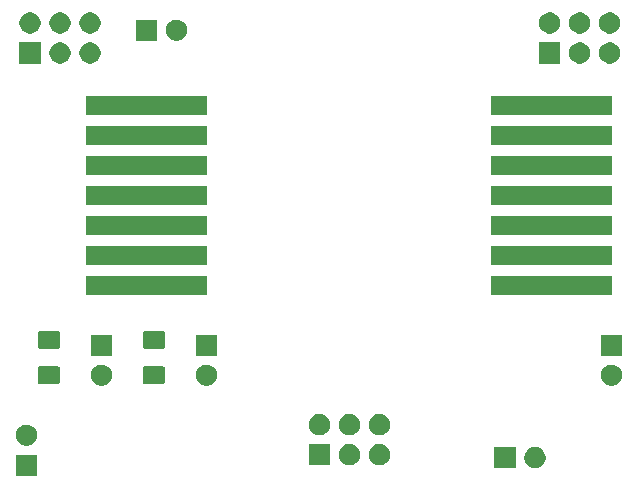
<source format=gts>
G04 #@! TF.GenerationSoftware,KiCad,Pcbnew,5.1.5+dfsg1-2build2*
G04 #@! TF.CreationDate,2021-11-26T13:05:08+03:00*
G04 #@! TF.ProjectId,Mezonin,4d657a6f-6e69-46e2-9e6b-696361645f70,rev?*
G04 #@! TF.SameCoordinates,Original*
G04 #@! TF.FileFunction,Soldermask,Top*
G04 #@! TF.FilePolarity,Negative*
%FSLAX46Y46*%
G04 Gerber Fmt 4.6, Leading zero omitted, Abs format (unit mm)*
G04 Created by KiCad (PCBNEW 5.1.5+dfsg1-2build2) date 2021-11-26 13:05:08*
%MOMM*%
%LPD*%
G04 APERTURE LIST*
%ADD10C,0.100000*%
G04 APERTURE END LIST*
D10*
G36*
X96362999Y-153441000D02*
G01*
X94560999Y-153441000D01*
X94560999Y-151639000D01*
X96362999Y-151639000D01*
X96362999Y-153441000D01*
G37*
G36*
X138628511Y-151008927D02*
G01*
X138777811Y-151038624D01*
X138941783Y-151106544D01*
X139089353Y-151205147D01*
X139214852Y-151330646D01*
X139313455Y-151478216D01*
X139381375Y-151642188D01*
X139415999Y-151816259D01*
X139415999Y-151993741D01*
X139381375Y-152167812D01*
X139313455Y-152331784D01*
X139214852Y-152479354D01*
X139089353Y-152604853D01*
X138941783Y-152703456D01*
X138777811Y-152771376D01*
X138628511Y-152801073D01*
X138603741Y-152806000D01*
X138426257Y-152806000D01*
X138401487Y-152801073D01*
X138252187Y-152771376D01*
X138088215Y-152703456D01*
X137940645Y-152604853D01*
X137815146Y-152479354D01*
X137716543Y-152331784D01*
X137648623Y-152167812D01*
X137613999Y-151993741D01*
X137613999Y-151816259D01*
X137648623Y-151642188D01*
X137716543Y-151478216D01*
X137815146Y-151330646D01*
X137940645Y-151205147D01*
X138088215Y-151106544D01*
X138252187Y-151038624D01*
X138401487Y-151008927D01*
X138426257Y-151004000D01*
X138603741Y-151004000D01*
X138628511Y-151008927D01*
G37*
G36*
X136875999Y-152806000D02*
G01*
X135073999Y-152806000D01*
X135073999Y-151004000D01*
X136875999Y-151004000D01*
X136875999Y-152806000D01*
G37*
G36*
X121167999Y-152551000D02*
G01*
X119365999Y-152551000D01*
X119365999Y-150749000D01*
X121167999Y-150749000D01*
X121167999Y-152551000D01*
G37*
G36*
X125460511Y-150753927D02*
G01*
X125609811Y-150783624D01*
X125773783Y-150851544D01*
X125921353Y-150950147D01*
X126046852Y-151075646D01*
X126145455Y-151223216D01*
X126213375Y-151387188D01*
X126247999Y-151561259D01*
X126247999Y-151738741D01*
X126213375Y-151912812D01*
X126145455Y-152076784D01*
X126046852Y-152224354D01*
X125921353Y-152349853D01*
X125773783Y-152448456D01*
X125609811Y-152516376D01*
X125460511Y-152546073D01*
X125435741Y-152551000D01*
X125258257Y-152551000D01*
X125233487Y-152546073D01*
X125084187Y-152516376D01*
X124920215Y-152448456D01*
X124772645Y-152349853D01*
X124647146Y-152224354D01*
X124548543Y-152076784D01*
X124480623Y-151912812D01*
X124445999Y-151738741D01*
X124445999Y-151561259D01*
X124480623Y-151387188D01*
X124548543Y-151223216D01*
X124647146Y-151075646D01*
X124772645Y-150950147D01*
X124920215Y-150851544D01*
X125084187Y-150783624D01*
X125233487Y-150753927D01*
X125258257Y-150749000D01*
X125435741Y-150749000D01*
X125460511Y-150753927D01*
G37*
G36*
X122920511Y-150753927D02*
G01*
X123069811Y-150783624D01*
X123233783Y-150851544D01*
X123381353Y-150950147D01*
X123506852Y-151075646D01*
X123605455Y-151223216D01*
X123673375Y-151387188D01*
X123707999Y-151561259D01*
X123707999Y-151738741D01*
X123673375Y-151912812D01*
X123605455Y-152076784D01*
X123506852Y-152224354D01*
X123381353Y-152349853D01*
X123233783Y-152448456D01*
X123069811Y-152516376D01*
X122920511Y-152546073D01*
X122895741Y-152551000D01*
X122718257Y-152551000D01*
X122693487Y-152546073D01*
X122544187Y-152516376D01*
X122380215Y-152448456D01*
X122232645Y-152349853D01*
X122107146Y-152224354D01*
X122008543Y-152076784D01*
X121940623Y-151912812D01*
X121905999Y-151738741D01*
X121905999Y-151561259D01*
X121940623Y-151387188D01*
X122008543Y-151223216D01*
X122107146Y-151075646D01*
X122232645Y-150950147D01*
X122380215Y-150851544D01*
X122544187Y-150783624D01*
X122693487Y-150753927D01*
X122718257Y-150749000D01*
X122895741Y-150749000D01*
X122920511Y-150753927D01*
G37*
G36*
X95575511Y-149103927D02*
G01*
X95724811Y-149133624D01*
X95888783Y-149201544D01*
X96036353Y-149300147D01*
X96161852Y-149425646D01*
X96260455Y-149573216D01*
X96328375Y-149737188D01*
X96358072Y-149886488D01*
X96362442Y-149908456D01*
X96362999Y-149911259D01*
X96362999Y-150088741D01*
X96328375Y-150262812D01*
X96260455Y-150426784D01*
X96161852Y-150574354D01*
X96036353Y-150699853D01*
X95888783Y-150798456D01*
X95724811Y-150866376D01*
X95575511Y-150896073D01*
X95550741Y-150901000D01*
X95373257Y-150901000D01*
X95348487Y-150896073D01*
X95199187Y-150866376D01*
X95035215Y-150798456D01*
X94887645Y-150699853D01*
X94762146Y-150574354D01*
X94663543Y-150426784D01*
X94595623Y-150262812D01*
X94560999Y-150088741D01*
X94560999Y-149911259D01*
X94561557Y-149908456D01*
X94565926Y-149886488D01*
X94595623Y-149737188D01*
X94663543Y-149573216D01*
X94762146Y-149425646D01*
X94887645Y-149300147D01*
X95035215Y-149201544D01*
X95199187Y-149133624D01*
X95348487Y-149103927D01*
X95373257Y-149099000D01*
X95550741Y-149099000D01*
X95575511Y-149103927D01*
G37*
G36*
X120380511Y-148213927D02*
G01*
X120529811Y-148243624D01*
X120693783Y-148311544D01*
X120841353Y-148410147D01*
X120966852Y-148535646D01*
X121065455Y-148683216D01*
X121133375Y-148847188D01*
X121163072Y-148996488D01*
X121167999Y-149021258D01*
X121167999Y-149198742D01*
X121163072Y-149223512D01*
X121133375Y-149372812D01*
X121065455Y-149536784D01*
X120966852Y-149684354D01*
X120841353Y-149809853D01*
X120693783Y-149908456D01*
X120529811Y-149976376D01*
X120380511Y-150006073D01*
X120355741Y-150011000D01*
X120178257Y-150011000D01*
X120153487Y-150006073D01*
X120004187Y-149976376D01*
X119840215Y-149908456D01*
X119692645Y-149809853D01*
X119567146Y-149684354D01*
X119468543Y-149536784D01*
X119400623Y-149372812D01*
X119370926Y-149223512D01*
X119365999Y-149198742D01*
X119365999Y-149021258D01*
X119370926Y-148996488D01*
X119400623Y-148847188D01*
X119468543Y-148683216D01*
X119567146Y-148535646D01*
X119692645Y-148410147D01*
X119840215Y-148311544D01*
X120004187Y-148243624D01*
X120153487Y-148213927D01*
X120178257Y-148209000D01*
X120355741Y-148209000D01*
X120380511Y-148213927D01*
G37*
G36*
X125460511Y-148213927D02*
G01*
X125609811Y-148243624D01*
X125773783Y-148311544D01*
X125921353Y-148410147D01*
X126046852Y-148535646D01*
X126145455Y-148683216D01*
X126213375Y-148847188D01*
X126243072Y-148996488D01*
X126247999Y-149021258D01*
X126247999Y-149198742D01*
X126243072Y-149223512D01*
X126213375Y-149372812D01*
X126145455Y-149536784D01*
X126046852Y-149684354D01*
X125921353Y-149809853D01*
X125773783Y-149908456D01*
X125609811Y-149976376D01*
X125460511Y-150006073D01*
X125435741Y-150011000D01*
X125258257Y-150011000D01*
X125233487Y-150006073D01*
X125084187Y-149976376D01*
X124920215Y-149908456D01*
X124772645Y-149809853D01*
X124647146Y-149684354D01*
X124548543Y-149536784D01*
X124480623Y-149372812D01*
X124450926Y-149223512D01*
X124445999Y-149198742D01*
X124445999Y-149021258D01*
X124450926Y-148996488D01*
X124480623Y-148847188D01*
X124548543Y-148683216D01*
X124647146Y-148535646D01*
X124772645Y-148410147D01*
X124920215Y-148311544D01*
X125084187Y-148243624D01*
X125233487Y-148213927D01*
X125258257Y-148209000D01*
X125435741Y-148209000D01*
X125460511Y-148213927D01*
G37*
G36*
X122920511Y-148213927D02*
G01*
X123069811Y-148243624D01*
X123233783Y-148311544D01*
X123381353Y-148410147D01*
X123506852Y-148535646D01*
X123605455Y-148683216D01*
X123673375Y-148847188D01*
X123703072Y-148996488D01*
X123707999Y-149021258D01*
X123707999Y-149198742D01*
X123703072Y-149223512D01*
X123673375Y-149372812D01*
X123605455Y-149536784D01*
X123506852Y-149684354D01*
X123381353Y-149809853D01*
X123233783Y-149908456D01*
X123069811Y-149976376D01*
X122920511Y-150006073D01*
X122895741Y-150011000D01*
X122718257Y-150011000D01*
X122693487Y-150006073D01*
X122544187Y-149976376D01*
X122380215Y-149908456D01*
X122232645Y-149809853D01*
X122107146Y-149684354D01*
X122008543Y-149536784D01*
X121940623Y-149372812D01*
X121910926Y-149223512D01*
X121905999Y-149198742D01*
X121905999Y-149021258D01*
X121910926Y-148996488D01*
X121940623Y-148847188D01*
X122008543Y-148683216D01*
X122107146Y-148535646D01*
X122232645Y-148410147D01*
X122380215Y-148311544D01*
X122544187Y-148243624D01*
X122693487Y-148213927D01*
X122718257Y-148209000D01*
X122895741Y-148209000D01*
X122920511Y-148213927D01*
G37*
G36*
X101925511Y-144023927D02*
G01*
X102074811Y-144053624D01*
X102238783Y-144121544D01*
X102386353Y-144220147D01*
X102511852Y-144345646D01*
X102610455Y-144493216D01*
X102678375Y-144657188D01*
X102712999Y-144831259D01*
X102712999Y-145008741D01*
X102678375Y-145182812D01*
X102610455Y-145346784D01*
X102511852Y-145494354D01*
X102386353Y-145619853D01*
X102238783Y-145718456D01*
X102074811Y-145786376D01*
X101925511Y-145816073D01*
X101900741Y-145821000D01*
X101723257Y-145821000D01*
X101698487Y-145816073D01*
X101549187Y-145786376D01*
X101385215Y-145718456D01*
X101237645Y-145619853D01*
X101112146Y-145494354D01*
X101013543Y-145346784D01*
X100945623Y-145182812D01*
X100910999Y-145008741D01*
X100910999Y-144831259D01*
X100945623Y-144657188D01*
X101013543Y-144493216D01*
X101112146Y-144345646D01*
X101237645Y-144220147D01*
X101385215Y-144121544D01*
X101549187Y-144053624D01*
X101698487Y-144023927D01*
X101723257Y-144019000D01*
X101900741Y-144019000D01*
X101925511Y-144023927D01*
G37*
G36*
X145105511Y-144023927D02*
G01*
X145254811Y-144053624D01*
X145418783Y-144121544D01*
X145566353Y-144220147D01*
X145691852Y-144345646D01*
X145790455Y-144493216D01*
X145858375Y-144657188D01*
X145892999Y-144831259D01*
X145892999Y-145008741D01*
X145858375Y-145182812D01*
X145790455Y-145346784D01*
X145691852Y-145494354D01*
X145566353Y-145619853D01*
X145418783Y-145718456D01*
X145254811Y-145786376D01*
X145105511Y-145816073D01*
X145080741Y-145821000D01*
X144903257Y-145821000D01*
X144878487Y-145816073D01*
X144729187Y-145786376D01*
X144565215Y-145718456D01*
X144417645Y-145619853D01*
X144292146Y-145494354D01*
X144193543Y-145346784D01*
X144125623Y-145182812D01*
X144090999Y-145008741D01*
X144090999Y-144831259D01*
X144125623Y-144657188D01*
X144193543Y-144493216D01*
X144292146Y-144345646D01*
X144417645Y-144220147D01*
X144565215Y-144121544D01*
X144729187Y-144053624D01*
X144878487Y-144023927D01*
X144903257Y-144019000D01*
X145080741Y-144019000D01*
X145105511Y-144023927D01*
G37*
G36*
X110815511Y-144023927D02*
G01*
X110964811Y-144053624D01*
X111128783Y-144121544D01*
X111276353Y-144220147D01*
X111401852Y-144345646D01*
X111500455Y-144493216D01*
X111568375Y-144657188D01*
X111602999Y-144831259D01*
X111602999Y-145008741D01*
X111568375Y-145182812D01*
X111500455Y-145346784D01*
X111401852Y-145494354D01*
X111276353Y-145619853D01*
X111128783Y-145718456D01*
X110964811Y-145786376D01*
X110815511Y-145816073D01*
X110790741Y-145821000D01*
X110613257Y-145821000D01*
X110588487Y-145816073D01*
X110439187Y-145786376D01*
X110275215Y-145718456D01*
X110127645Y-145619853D01*
X110002146Y-145494354D01*
X109903543Y-145346784D01*
X109835623Y-145182812D01*
X109800999Y-145008741D01*
X109800999Y-144831259D01*
X109835623Y-144657188D01*
X109903543Y-144493216D01*
X110002146Y-144345646D01*
X110127645Y-144220147D01*
X110275215Y-144121544D01*
X110439187Y-144053624D01*
X110588487Y-144023927D01*
X110613257Y-144019000D01*
X110790741Y-144019000D01*
X110815511Y-144023927D01*
G37*
G36*
X107032561Y-144160681D02*
G01*
X107067480Y-144171274D01*
X107099662Y-144188476D01*
X107127872Y-144211627D01*
X107151023Y-144239837D01*
X107168225Y-144272019D01*
X107178818Y-144306938D01*
X107182999Y-144349395D01*
X107182999Y-145490605D01*
X107178818Y-145533062D01*
X107168225Y-145567981D01*
X107151023Y-145600163D01*
X107127872Y-145628373D01*
X107099662Y-145651524D01*
X107067480Y-145668726D01*
X107032561Y-145679319D01*
X106990104Y-145683500D01*
X105523894Y-145683500D01*
X105481437Y-145679319D01*
X105446518Y-145668726D01*
X105414336Y-145651524D01*
X105386126Y-145628373D01*
X105362975Y-145600163D01*
X105345773Y-145567981D01*
X105335180Y-145533062D01*
X105330999Y-145490605D01*
X105330999Y-144349395D01*
X105335180Y-144306938D01*
X105345773Y-144272019D01*
X105362975Y-144239837D01*
X105386126Y-144211627D01*
X105414336Y-144188476D01*
X105446518Y-144171274D01*
X105481437Y-144160681D01*
X105523894Y-144156500D01*
X106990104Y-144156500D01*
X107032561Y-144160681D01*
G37*
G36*
X98142561Y-144160681D02*
G01*
X98177480Y-144171274D01*
X98209662Y-144188476D01*
X98237872Y-144211627D01*
X98261023Y-144239837D01*
X98278225Y-144272019D01*
X98288818Y-144306938D01*
X98292999Y-144349395D01*
X98292999Y-145490605D01*
X98288818Y-145533062D01*
X98278225Y-145567981D01*
X98261023Y-145600163D01*
X98237872Y-145628373D01*
X98209662Y-145651524D01*
X98177480Y-145668726D01*
X98142561Y-145679319D01*
X98100104Y-145683500D01*
X96633894Y-145683500D01*
X96591437Y-145679319D01*
X96556518Y-145668726D01*
X96524336Y-145651524D01*
X96496126Y-145628373D01*
X96472975Y-145600163D01*
X96455773Y-145567981D01*
X96445180Y-145533062D01*
X96440999Y-145490605D01*
X96440999Y-144349395D01*
X96445180Y-144306938D01*
X96455773Y-144272019D01*
X96472975Y-144239837D01*
X96496126Y-144211627D01*
X96524336Y-144188476D01*
X96556518Y-144171274D01*
X96591437Y-144160681D01*
X96633894Y-144156500D01*
X98100104Y-144156500D01*
X98142561Y-144160681D01*
G37*
G36*
X102712999Y-143281000D02*
G01*
X100910999Y-143281000D01*
X100910999Y-141479000D01*
X102712999Y-141479000D01*
X102712999Y-143281000D01*
G37*
G36*
X111602999Y-143281000D02*
G01*
X109800999Y-143281000D01*
X109800999Y-141479000D01*
X111602999Y-141479000D01*
X111602999Y-143281000D01*
G37*
G36*
X145892999Y-143281000D02*
G01*
X144090999Y-143281000D01*
X144090999Y-141479000D01*
X145892999Y-141479000D01*
X145892999Y-143281000D01*
G37*
G36*
X107032561Y-141185681D02*
G01*
X107067480Y-141196274D01*
X107099662Y-141213476D01*
X107127872Y-141236627D01*
X107151023Y-141264837D01*
X107168225Y-141297019D01*
X107178818Y-141331938D01*
X107182999Y-141374395D01*
X107182999Y-142515605D01*
X107178818Y-142558062D01*
X107168225Y-142592981D01*
X107151023Y-142625163D01*
X107127872Y-142653373D01*
X107099662Y-142676524D01*
X107067480Y-142693726D01*
X107032561Y-142704319D01*
X106990104Y-142708500D01*
X105523894Y-142708500D01*
X105481437Y-142704319D01*
X105446518Y-142693726D01*
X105414336Y-142676524D01*
X105386126Y-142653373D01*
X105362975Y-142625163D01*
X105345773Y-142592981D01*
X105335180Y-142558062D01*
X105330999Y-142515605D01*
X105330999Y-141374395D01*
X105335180Y-141331938D01*
X105345773Y-141297019D01*
X105362975Y-141264837D01*
X105386126Y-141236627D01*
X105414336Y-141213476D01*
X105446518Y-141196274D01*
X105481437Y-141185681D01*
X105523894Y-141181500D01*
X106990104Y-141181500D01*
X107032561Y-141185681D01*
G37*
G36*
X98142561Y-141185681D02*
G01*
X98177480Y-141196274D01*
X98209662Y-141213476D01*
X98237872Y-141236627D01*
X98261023Y-141264837D01*
X98278225Y-141297019D01*
X98288818Y-141331938D01*
X98292999Y-141374395D01*
X98292999Y-142515605D01*
X98288818Y-142558062D01*
X98278225Y-142592981D01*
X98261023Y-142625163D01*
X98237872Y-142653373D01*
X98209662Y-142676524D01*
X98177480Y-142693726D01*
X98142561Y-142704319D01*
X98100104Y-142708500D01*
X96633894Y-142708500D01*
X96591437Y-142704319D01*
X96556518Y-142693726D01*
X96524336Y-142676524D01*
X96496126Y-142653373D01*
X96472975Y-142625163D01*
X96455773Y-142592981D01*
X96445180Y-142558062D01*
X96440999Y-142515605D01*
X96440999Y-141374395D01*
X96445180Y-141331938D01*
X96455773Y-141297019D01*
X96472975Y-141264837D01*
X96496126Y-141236627D01*
X96524336Y-141213476D01*
X96556518Y-141196274D01*
X96591437Y-141185681D01*
X96633894Y-141181500D01*
X98100104Y-141181500D01*
X98142561Y-141185681D01*
G37*
G36*
X145042999Y-138113000D02*
G01*
X134780999Y-138113000D01*
X134780999Y-136487000D01*
X145042999Y-136487000D01*
X145042999Y-138113000D01*
G37*
G36*
X110752999Y-138113000D02*
G01*
X100490999Y-138113000D01*
X100490999Y-136487000D01*
X110752999Y-136487000D01*
X110752999Y-138113000D01*
G37*
G36*
X145042999Y-135573000D02*
G01*
X134780999Y-135573000D01*
X134780999Y-133947000D01*
X145042999Y-133947000D01*
X145042999Y-135573000D01*
G37*
G36*
X110752999Y-135573000D02*
G01*
X100490999Y-135573000D01*
X100490999Y-133947000D01*
X110752999Y-133947000D01*
X110752999Y-135573000D01*
G37*
G36*
X145042999Y-133033000D02*
G01*
X134780999Y-133033000D01*
X134780999Y-131407000D01*
X145042999Y-131407000D01*
X145042999Y-133033000D01*
G37*
G36*
X110752999Y-133033000D02*
G01*
X100490999Y-133033000D01*
X100490999Y-131407000D01*
X110752999Y-131407000D01*
X110752999Y-133033000D01*
G37*
G36*
X145042999Y-130493000D02*
G01*
X134780999Y-130493000D01*
X134780999Y-128867000D01*
X145042999Y-128867000D01*
X145042999Y-130493000D01*
G37*
G36*
X110752999Y-130493000D02*
G01*
X100490999Y-130493000D01*
X100490999Y-128867000D01*
X110752999Y-128867000D01*
X110752999Y-130493000D01*
G37*
G36*
X110752999Y-127953000D02*
G01*
X100490999Y-127953000D01*
X100490999Y-126327000D01*
X110752999Y-126327000D01*
X110752999Y-127953000D01*
G37*
G36*
X145042999Y-127953000D02*
G01*
X134780999Y-127953000D01*
X134780999Y-126327000D01*
X145042999Y-126327000D01*
X145042999Y-127953000D01*
G37*
G36*
X145042999Y-125413000D02*
G01*
X134780999Y-125413000D01*
X134780999Y-123787000D01*
X145042999Y-123787000D01*
X145042999Y-125413000D01*
G37*
G36*
X110752999Y-125413000D02*
G01*
X100490999Y-125413000D01*
X100490999Y-123787000D01*
X110752999Y-123787000D01*
X110752999Y-125413000D01*
G37*
G36*
X110752999Y-122873000D02*
G01*
X100490999Y-122873000D01*
X100490999Y-121247000D01*
X110752999Y-121247000D01*
X110752999Y-122873000D01*
G37*
G36*
X145042999Y-122873000D02*
G01*
X134780999Y-122873000D01*
X134780999Y-121247000D01*
X145042999Y-121247000D01*
X145042999Y-122873000D01*
G37*
G36*
X98420511Y-116753927D02*
G01*
X98569811Y-116783624D01*
X98733783Y-116851544D01*
X98881353Y-116950147D01*
X99006852Y-117075646D01*
X99105455Y-117223216D01*
X99173375Y-117387188D01*
X99207999Y-117561259D01*
X99207999Y-117738741D01*
X99173375Y-117912812D01*
X99105455Y-118076784D01*
X99006852Y-118224354D01*
X98881353Y-118349853D01*
X98733783Y-118448456D01*
X98569811Y-118516376D01*
X98420511Y-118546073D01*
X98395741Y-118551000D01*
X98218257Y-118551000D01*
X98193487Y-118546073D01*
X98044187Y-118516376D01*
X97880215Y-118448456D01*
X97732645Y-118349853D01*
X97607146Y-118224354D01*
X97508543Y-118076784D01*
X97440623Y-117912812D01*
X97405999Y-117738741D01*
X97405999Y-117561259D01*
X97440623Y-117387188D01*
X97508543Y-117223216D01*
X97607146Y-117075646D01*
X97732645Y-116950147D01*
X97880215Y-116851544D01*
X98044187Y-116783624D01*
X98193487Y-116753927D01*
X98218257Y-116749000D01*
X98395741Y-116749000D01*
X98420511Y-116753927D01*
G37*
G36*
X144960511Y-116753927D02*
G01*
X145109811Y-116783624D01*
X145273783Y-116851544D01*
X145421353Y-116950147D01*
X145546852Y-117075646D01*
X145645455Y-117223216D01*
X145713375Y-117387188D01*
X145747999Y-117561259D01*
X145747999Y-117738741D01*
X145713375Y-117912812D01*
X145645455Y-118076784D01*
X145546852Y-118224354D01*
X145421353Y-118349853D01*
X145273783Y-118448456D01*
X145109811Y-118516376D01*
X144960511Y-118546073D01*
X144935741Y-118551000D01*
X144758257Y-118551000D01*
X144733487Y-118546073D01*
X144584187Y-118516376D01*
X144420215Y-118448456D01*
X144272645Y-118349853D01*
X144147146Y-118224354D01*
X144048543Y-118076784D01*
X143980623Y-117912812D01*
X143945999Y-117738741D01*
X143945999Y-117561259D01*
X143980623Y-117387188D01*
X144048543Y-117223216D01*
X144147146Y-117075646D01*
X144272645Y-116950147D01*
X144420215Y-116851544D01*
X144584187Y-116783624D01*
X144733487Y-116753927D01*
X144758257Y-116749000D01*
X144935741Y-116749000D01*
X144960511Y-116753927D01*
G37*
G36*
X140667999Y-118551000D02*
G01*
X138865999Y-118551000D01*
X138865999Y-116749000D01*
X140667999Y-116749000D01*
X140667999Y-118551000D01*
G37*
G36*
X100960511Y-116753927D02*
G01*
X101109811Y-116783624D01*
X101273783Y-116851544D01*
X101421353Y-116950147D01*
X101546852Y-117075646D01*
X101645455Y-117223216D01*
X101713375Y-117387188D01*
X101747999Y-117561259D01*
X101747999Y-117738741D01*
X101713375Y-117912812D01*
X101645455Y-118076784D01*
X101546852Y-118224354D01*
X101421353Y-118349853D01*
X101273783Y-118448456D01*
X101109811Y-118516376D01*
X100960511Y-118546073D01*
X100935741Y-118551000D01*
X100758257Y-118551000D01*
X100733487Y-118546073D01*
X100584187Y-118516376D01*
X100420215Y-118448456D01*
X100272645Y-118349853D01*
X100147146Y-118224354D01*
X100048543Y-118076784D01*
X99980623Y-117912812D01*
X99945999Y-117738741D01*
X99945999Y-117561259D01*
X99980623Y-117387188D01*
X100048543Y-117223216D01*
X100147146Y-117075646D01*
X100272645Y-116950147D01*
X100420215Y-116851544D01*
X100584187Y-116783624D01*
X100733487Y-116753927D01*
X100758257Y-116749000D01*
X100935741Y-116749000D01*
X100960511Y-116753927D01*
G37*
G36*
X96667999Y-118551000D02*
G01*
X94865999Y-118551000D01*
X94865999Y-116749000D01*
X96667999Y-116749000D01*
X96667999Y-118551000D01*
G37*
G36*
X142420511Y-116753927D02*
G01*
X142569811Y-116783624D01*
X142733783Y-116851544D01*
X142881353Y-116950147D01*
X143006852Y-117075646D01*
X143105455Y-117223216D01*
X143173375Y-117387188D01*
X143207999Y-117561259D01*
X143207999Y-117738741D01*
X143173375Y-117912812D01*
X143105455Y-118076784D01*
X143006852Y-118224354D01*
X142881353Y-118349853D01*
X142733783Y-118448456D01*
X142569811Y-118516376D01*
X142420511Y-118546073D01*
X142395741Y-118551000D01*
X142218257Y-118551000D01*
X142193487Y-118546073D01*
X142044187Y-118516376D01*
X141880215Y-118448456D01*
X141732645Y-118349853D01*
X141607146Y-118224354D01*
X141508543Y-118076784D01*
X141440623Y-117912812D01*
X141405999Y-117738741D01*
X141405999Y-117561259D01*
X141440623Y-117387188D01*
X141508543Y-117223216D01*
X141607146Y-117075646D01*
X141732645Y-116950147D01*
X141880215Y-116851544D01*
X142044187Y-116783624D01*
X142193487Y-116753927D01*
X142218257Y-116749000D01*
X142395741Y-116749000D01*
X142420511Y-116753927D01*
G37*
G36*
X106522999Y-116611000D02*
G01*
X104720999Y-116611000D01*
X104720999Y-114809000D01*
X106522999Y-114809000D01*
X106522999Y-116611000D01*
G37*
G36*
X108275511Y-114813927D02*
G01*
X108424811Y-114843624D01*
X108588783Y-114911544D01*
X108736353Y-115010147D01*
X108861852Y-115135646D01*
X108960455Y-115283216D01*
X109028375Y-115447188D01*
X109062999Y-115621259D01*
X109062999Y-115798741D01*
X109028375Y-115972812D01*
X108960455Y-116136784D01*
X108861852Y-116284354D01*
X108736353Y-116409853D01*
X108588783Y-116508456D01*
X108424811Y-116576376D01*
X108275511Y-116606073D01*
X108250741Y-116611000D01*
X108073257Y-116611000D01*
X108048487Y-116606073D01*
X107899187Y-116576376D01*
X107735215Y-116508456D01*
X107587645Y-116409853D01*
X107462146Y-116284354D01*
X107363543Y-116136784D01*
X107295623Y-115972812D01*
X107260999Y-115798741D01*
X107260999Y-115621259D01*
X107295623Y-115447188D01*
X107363543Y-115283216D01*
X107462146Y-115135646D01*
X107587645Y-115010147D01*
X107735215Y-114911544D01*
X107899187Y-114843624D01*
X108048487Y-114813927D01*
X108073257Y-114809000D01*
X108250741Y-114809000D01*
X108275511Y-114813927D01*
G37*
G36*
X100960511Y-114213927D02*
G01*
X101109811Y-114243624D01*
X101273783Y-114311544D01*
X101421353Y-114410147D01*
X101546852Y-114535646D01*
X101645455Y-114683216D01*
X101713375Y-114847188D01*
X101747999Y-115021259D01*
X101747999Y-115198741D01*
X101713375Y-115372812D01*
X101645455Y-115536784D01*
X101546852Y-115684354D01*
X101421353Y-115809853D01*
X101273783Y-115908456D01*
X101109811Y-115976376D01*
X100960511Y-116006073D01*
X100935741Y-116011000D01*
X100758257Y-116011000D01*
X100733487Y-116006073D01*
X100584187Y-115976376D01*
X100420215Y-115908456D01*
X100272645Y-115809853D01*
X100147146Y-115684354D01*
X100048543Y-115536784D01*
X99980623Y-115372812D01*
X99945999Y-115198741D01*
X99945999Y-115021259D01*
X99980623Y-114847188D01*
X100048543Y-114683216D01*
X100147146Y-114535646D01*
X100272645Y-114410147D01*
X100420215Y-114311544D01*
X100584187Y-114243624D01*
X100733487Y-114213927D01*
X100758257Y-114209000D01*
X100935741Y-114209000D01*
X100960511Y-114213927D01*
G37*
G36*
X144960511Y-114213927D02*
G01*
X145109811Y-114243624D01*
X145273783Y-114311544D01*
X145421353Y-114410147D01*
X145546852Y-114535646D01*
X145645455Y-114683216D01*
X145713375Y-114847188D01*
X145747999Y-115021259D01*
X145747999Y-115198741D01*
X145713375Y-115372812D01*
X145645455Y-115536784D01*
X145546852Y-115684354D01*
X145421353Y-115809853D01*
X145273783Y-115908456D01*
X145109811Y-115976376D01*
X144960511Y-116006073D01*
X144935741Y-116011000D01*
X144758257Y-116011000D01*
X144733487Y-116006073D01*
X144584187Y-115976376D01*
X144420215Y-115908456D01*
X144272645Y-115809853D01*
X144147146Y-115684354D01*
X144048543Y-115536784D01*
X143980623Y-115372812D01*
X143945999Y-115198741D01*
X143945999Y-115021259D01*
X143980623Y-114847188D01*
X144048543Y-114683216D01*
X144147146Y-114535646D01*
X144272645Y-114410147D01*
X144420215Y-114311544D01*
X144584187Y-114243624D01*
X144733487Y-114213927D01*
X144758257Y-114209000D01*
X144935741Y-114209000D01*
X144960511Y-114213927D01*
G37*
G36*
X142420511Y-114213927D02*
G01*
X142569811Y-114243624D01*
X142733783Y-114311544D01*
X142881353Y-114410147D01*
X143006852Y-114535646D01*
X143105455Y-114683216D01*
X143173375Y-114847188D01*
X143207999Y-115021259D01*
X143207999Y-115198741D01*
X143173375Y-115372812D01*
X143105455Y-115536784D01*
X143006852Y-115684354D01*
X142881353Y-115809853D01*
X142733783Y-115908456D01*
X142569811Y-115976376D01*
X142420511Y-116006073D01*
X142395741Y-116011000D01*
X142218257Y-116011000D01*
X142193487Y-116006073D01*
X142044187Y-115976376D01*
X141880215Y-115908456D01*
X141732645Y-115809853D01*
X141607146Y-115684354D01*
X141508543Y-115536784D01*
X141440623Y-115372812D01*
X141405999Y-115198741D01*
X141405999Y-115021259D01*
X141440623Y-114847188D01*
X141508543Y-114683216D01*
X141607146Y-114535646D01*
X141732645Y-114410147D01*
X141880215Y-114311544D01*
X142044187Y-114243624D01*
X142193487Y-114213927D01*
X142218257Y-114209000D01*
X142395741Y-114209000D01*
X142420511Y-114213927D01*
G37*
G36*
X139880511Y-114213927D02*
G01*
X140029811Y-114243624D01*
X140193783Y-114311544D01*
X140341353Y-114410147D01*
X140466852Y-114535646D01*
X140565455Y-114683216D01*
X140633375Y-114847188D01*
X140667999Y-115021259D01*
X140667999Y-115198741D01*
X140633375Y-115372812D01*
X140565455Y-115536784D01*
X140466852Y-115684354D01*
X140341353Y-115809853D01*
X140193783Y-115908456D01*
X140029811Y-115976376D01*
X139880511Y-116006073D01*
X139855741Y-116011000D01*
X139678257Y-116011000D01*
X139653487Y-116006073D01*
X139504187Y-115976376D01*
X139340215Y-115908456D01*
X139192645Y-115809853D01*
X139067146Y-115684354D01*
X138968543Y-115536784D01*
X138900623Y-115372812D01*
X138865999Y-115198741D01*
X138865999Y-115021259D01*
X138900623Y-114847188D01*
X138968543Y-114683216D01*
X139067146Y-114535646D01*
X139192645Y-114410147D01*
X139340215Y-114311544D01*
X139504187Y-114243624D01*
X139653487Y-114213927D01*
X139678257Y-114209000D01*
X139855741Y-114209000D01*
X139880511Y-114213927D01*
G37*
G36*
X98420511Y-114213927D02*
G01*
X98569811Y-114243624D01*
X98733783Y-114311544D01*
X98881353Y-114410147D01*
X99006852Y-114535646D01*
X99105455Y-114683216D01*
X99173375Y-114847188D01*
X99207999Y-115021259D01*
X99207999Y-115198741D01*
X99173375Y-115372812D01*
X99105455Y-115536784D01*
X99006852Y-115684354D01*
X98881353Y-115809853D01*
X98733783Y-115908456D01*
X98569811Y-115976376D01*
X98420511Y-116006073D01*
X98395741Y-116011000D01*
X98218257Y-116011000D01*
X98193487Y-116006073D01*
X98044187Y-115976376D01*
X97880215Y-115908456D01*
X97732645Y-115809853D01*
X97607146Y-115684354D01*
X97508543Y-115536784D01*
X97440623Y-115372812D01*
X97405999Y-115198741D01*
X97405999Y-115021259D01*
X97440623Y-114847188D01*
X97508543Y-114683216D01*
X97607146Y-114535646D01*
X97732645Y-114410147D01*
X97880215Y-114311544D01*
X98044187Y-114243624D01*
X98193487Y-114213927D01*
X98218257Y-114209000D01*
X98395741Y-114209000D01*
X98420511Y-114213927D01*
G37*
G36*
X95880511Y-114213927D02*
G01*
X96029811Y-114243624D01*
X96193783Y-114311544D01*
X96341353Y-114410147D01*
X96466852Y-114535646D01*
X96565455Y-114683216D01*
X96633375Y-114847188D01*
X96667999Y-115021259D01*
X96667999Y-115198741D01*
X96633375Y-115372812D01*
X96565455Y-115536784D01*
X96466852Y-115684354D01*
X96341353Y-115809853D01*
X96193783Y-115908456D01*
X96029811Y-115976376D01*
X95880511Y-116006073D01*
X95855741Y-116011000D01*
X95678257Y-116011000D01*
X95653487Y-116006073D01*
X95504187Y-115976376D01*
X95340215Y-115908456D01*
X95192645Y-115809853D01*
X95067146Y-115684354D01*
X94968543Y-115536784D01*
X94900623Y-115372812D01*
X94865999Y-115198741D01*
X94865999Y-115021259D01*
X94900623Y-114847188D01*
X94968543Y-114683216D01*
X95067146Y-114535646D01*
X95192645Y-114410147D01*
X95340215Y-114311544D01*
X95504187Y-114243624D01*
X95653487Y-114213927D01*
X95678257Y-114209000D01*
X95855741Y-114209000D01*
X95880511Y-114213927D01*
G37*
M02*

</source>
